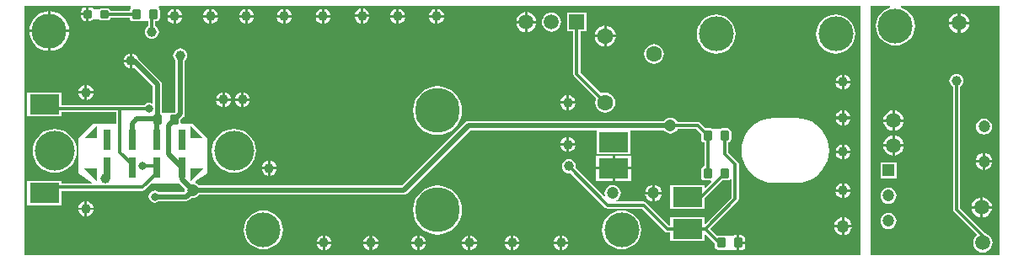
<source format=gtl>
G04 Layer_Physical_Order=1*
G04 Layer_Color=255*
%FSLAX42Y42*%
%MOMM*%
G71*
G01*
G75*
%ADD10R,3.00X2.00*%
G04:AMPARAMS|DCode=11|XSize=0.8mm|YSize=0.8mm|CornerRadius=0.1mm|HoleSize=0mm|Usage=FLASHONLY|Rotation=180.000|XOffset=0mm|YOffset=0mm|HoleType=Round|Shape=RoundedRectangle|*
%AMROUNDEDRECTD11*
21,1,0.80,0.60,0,0,180.0*
21,1,0.60,0.80,0,0,180.0*
1,1,0.20,-0.30,0.30*
1,1,0.20,0.30,0.30*
1,1,0.20,0.30,-0.30*
1,1,0.20,-0.30,-0.30*
%
%ADD11ROUNDEDRECTD11*%
%ADD12R,0.80X2.00*%
G04:AMPARAMS|DCode=13|XSize=1mm|YSize=0.9mm|CornerRadius=0.11mm|HoleSize=0mm|Usage=FLASHONLY|Rotation=90.000|XOffset=0mm|YOffset=0mm|HoleType=Round|Shape=RoundedRectangle|*
%AMROUNDEDRECTD13*
21,1,1.00,0.68,0,0,90.0*
21,1,0.78,0.90,0,0,90.0*
1,1,0.23,0.34,0.39*
1,1,0.23,0.34,-0.39*
1,1,0.23,-0.34,-0.39*
1,1,0.23,-0.34,0.39*
%
%ADD13ROUNDEDRECTD13*%
%ADD14C,0.30*%
%ADD15C,0.50*%
%ADD16C,4.00*%
%ADD17C,1.52*%
%ADD18C,1.20*%
%ADD19R,1.20X1.20*%
%ADD20C,3.50*%
%ADD21R,1.50X1.50*%
%ADD22C,1.50*%
%ADD23C,1.60*%
%ADD24C,4.50*%
%ADD25C,1.00*%
%ADD26C,0.80*%
%ADD27C,1.27*%
G36*
X8450Y160D02*
Y50D01*
X8300Y50D01*
X50D01*
Y2550D01*
X1119D01*
X1120Y2548D01*
X1119Y2531D01*
X1112Y2521D01*
X1109Y2509D01*
Y2506D01*
X914D01*
X913Y2512D01*
X907Y2522D01*
X897Y2528D01*
X885Y2531D01*
X825D01*
X813Y2528D01*
X803Y2522D01*
X802Y2520D01*
X744D01*
X741Y2526D01*
X729Y2533D01*
X715Y2536D01*
X698D01*
Y2470D01*
Y2404D01*
X715D01*
X729Y2407D01*
X741Y2414D01*
X744Y2420D01*
X802D01*
X803Y2418D01*
X813Y2412D01*
X825Y2409D01*
X885D01*
X897Y2412D01*
X907Y2418D01*
X913Y2428D01*
X914Y2434D01*
X1109D01*
Y2431D01*
X1112Y2419D01*
X1119Y2409D01*
X1129Y2402D01*
X1141Y2399D01*
X1209D01*
X1219Y2401D01*
X1220Y2400D01*
X1294D01*
Y2351D01*
X1280Y2340D01*
X1269Y2325D01*
X1262Y2308D01*
X1259Y2290D01*
X1262Y2272D01*
X1269Y2255D01*
X1280Y2240D01*
X1295Y2229D01*
X1312Y2222D01*
X1330Y2219D01*
X1348Y2222D01*
X1365Y2229D01*
X1380Y2240D01*
X1391Y2255D01*
X1398Y2272D01*
X1401Y2290D01*
X1398Y2308D01*
X1391Y2325D01*
X1380Y2340D01*
X1366Y2351D01*
Y2399D01*
X1379D01*
X1391Y2402D01*
X1401Y2409D01*
X1408Y2419D01*
X1411Y2431D01*
Y2509D01*
X1408Y2521D01*
X1401Y2531D01*
X1400Y2548D01*
X1401Y2550D01*
X8450Y2550D01*
X8450Y160D01*
D02*
G37*
G36*
X9850Y50D02*
X8550D01*
Y2550D01*
X8744D01*
X8746Y2537D01*
X8725Y2531D01*
X8691Y2513D01*
X8661Y2489D01*
X8637Y2459D01*
X8619Y2425D01*
X8608Y2388D01*
X8604Y2350D01*
X8608Y2312D01*
X8619Y2275D01*
X8637Y2241D01*
X8661Y2211D01*
X8691Y2187D01*
X8725Y2169D01*
X8762Y2158D01*
X8800Y2154D01*
X8838Y2158D01*
X8875Y2169D01*
X8909Y2187D01*
X8939Y2211D01*
X8963Y2241D01*
X8981Y2275D01*
X8992Y2312D01*
X8996Y2350D01*
X8992Y2388D01*
X8981Y2425D01*
X8963Y2459D01*
X8939Y2489D01*
X8909Y2513D01*
X8875Y2531D01*
X8854Y2537D01*
X8856Y2550D01*
X9850D01*
Y50D01*
D02*
G37*
%LPC*%
G36*
X672Y2536D02*
X655D01*
X641Y2533D01*
X629Y2526D01*
X622Y2514D01*
X619Y2500D01*
Y2483D01*
X672D01*
Y2536D01*
D02*
G37*
G36*
X3455Y2527D02*
Y2465D01*
X3517D01*
X3516Y2472D01*
X3509Y2491D01*
X3496Y2506D01*
X3481Y2519D01*
X3462Y2526D01*
X3455Y2527D01*
D02*
G37*
G36*
X3430D02*
X3423Y2526D01*
X3405Y2519D01*
X3389Y2506D01*
X3377Y2491D01*
X3369Y2472D01*
X3368Y2465D01*
X3430D01*
Y2527D01*
D02*
G37*
G36*
X4203Y2524D02*
Y2463D01*
X4264D01*
X4263Y2470D01*
X4256Y2488D01*
X4244Y2504D01*
X4228Y2516D01*
X4210Y2523D01*
X4203Y2524D01*
D02*
G37*
G36*
X4177D02*
X4170Y2523D01*
X4152Y2516D01*
X4136Y2504D01*
X4124Y2488D01*
X4117Y2470D01*
X4116Y2463D01*
X4177D01*
Y2524D01*
D02*
G37*
G36*
X3813D02*
Y2463D01*
X3874D01*
X3873Y2470D01*
X3866Y2488D01*
X3854Y2504D01*
X3838Y2516D01*
X3820Y2523D01*
X3813Y2524D01*
D02*
G37*
G36*
X3787D02*
X3780Y2523D01*
X3762Y2516D01*
X3746Y2504D01*
X3734Y2488D01*
X3727Y2470D01*
X3726Y2463D01*
X3787D01*
Y2524D01*
D02*
G37*
G36*
X3063D02*
Y2463D01*
X3124D01*
X3123Y2470D01*
X3116Y2488D01*
X3104Y2504D01*
X3088Y2516D01*
X3070Y2523D01*
X3063Y2524D01*
D02*
G37*
G36*
X3037D02*
X3030Y2523D01*
X3012Y2516D01*
X2996Y2504D01*
X2984Y2488D01*
X2977Y2470D01*
X2976Y2463D01*
X3037D01*
Y2524D01*
D02*
G37*
G36*
X2673D02*
Y2463D01*
X2734D01*
X2733Y2470D01*
X2726Y2488D01*
X2714Y2504D01*
X2698Y2516D01*
X2680Y2523D01*
X2673Y2524D01*
D02*
G37*
G36*
X2647D02*
X2640Y2523D01*
X2622Y2516D01*
X2606Y2504D01*
X2594Y2488D01*
X2587Y2470D01*
X2586Y2463D01*
X2647D01*
Y2524D01*
D02*
G37*
G36*
X2293D02*
Y2463D01*
X2354D01*
X2353Y2470D01*
X2346Y2488D01*
X2334Y2504D01*
X2318Y2516D01*
X2300Y2523D01*
X2293Y2524D01*
D02*
G37*
G36*
X2267D02*
X2260Y2523D01*
X2242Y2516D01*
X2226Y2504D01*
X2214Y2488D01*
X2207Y2470D01*
X2206Y2463D01*
X2267D01*
Y2524D01*
D02*
G37*
G36*
X1933D02*
Y2463D01*
X1994D01*
X1993Y2470D01*
X1986Y2488D01*
X1974Y2504D01*
X1958Y2516D01*
X1940Y2523D01*
X1933Y2524D01*
D02*
G37*
G36*
X1907D02*
X1900Y2523D01*
X1882Y2516D01*
X1866Y2504D01*
X1854Y2488D01*
X1847Y2470D01*
X1846Y2463D01*
X1907D01*
Y2524D01*
D02*
G37*
G36*
X1573D02*
Y2463D01*
X1634D01*
X1633Y2470D01*
X1626Y2488D01*
X1614Y2504D01*
X1598Y2516D01*
X1580Y2523D01*
X1573Y2524D01*
D02*
G37*
G36*
X1547D02*
X1540Y2523D01*
X1522Y2516D01*
X1506Y2504D01*
X1494Y2488D01*
X1487Y2470D01*
X1486Y2463D01*
X1547D01*
Y2524D01*
D02*
G37*
G36*
X672Y2457D02*
X619D01*
Y2440D01*
X622Y2426D01*
X629Y2414D01*
X641Y2407D01*
X655Y2404D01*
X672D01*
Y2457D01*
D02*
G37*
G36*
X5105Y2490D02*
Y2403D01*
X5192D01*
X5190Y2416D01*
X5180Y2441D01*
X5164Y2462D01*
X5143Y2478D01*
X5118Y2488D01*
X5105Y2490D01*
D02*
G37*
G36*
X5079Y2490D02*
X5066Y2488D01*
X5041Y2478D01*
X5020Y2462D01*
X5004Y2441D01*
X4994Y2416D01*
X4992Y2403D01*
X5079D01*
Y2490D01*
D02*
G37*
G36*
X3517Y2440D02*
X3455D01*
Y2378D01*
X3462Y2379D01*
X3481Y2387D01*
X3496Y2399D01*
X3509Y2415D01*
X3516Y2433D01*
X3517Y2440D01*
D02*
G37*
G36*
X3430D02*
X3368D01*
X3369Y2433D01*
X3377Y2415D01*
X3389Y2399D01*
X3405Y2387D01*
X3423Y2379D01*
X3430Y2378D01*
Y2440D01*
D02*
G37*
G36*
X4264Y2437D02*
X4203D01*
Y2376D01*
X4210Y2377D01*
X4228Y2384D01*
X4244Y2396D01*
X4256Y2412D01*
X4263Y2430D01*
X4264Y2437D01*
D02*
G37*
G36*
X4177D02*
X4116D01*
X4117Y2430D01*
X4124Y2412D01*
X4136Y2396D01*
X4152Y2384D01*
X4170Y2377D01*
X4177Y2376D01*
Y2437D01*
D02*
G37*
G36*
X3874D02*
X3813D01*
Y2376D01*
X3820Y2377D01*
X3838Y2384D01*
X3854Y2396D01*
X3866Y2412D01*
X3873Y2430D01*
X3874Y2437D01*
D02*
G37*
G36*
X3787D02*
X3726D01*
X3727Y2430D01*
X3734Y2412D01*
X3746Y2396D01*
X3762Y2384D01*
X3780Y2377D01*
X3787Y2376D01*
Y2437D01*
D02*
G37*
G36*
X3124D02*
X3063D01*
Y2376D01*
X3070Y2377D01*
X3088Y2384D01*
X3104Y2396D01*
X3116Y2412D01*
X3123Y2430D01*
X3124Y2437D01*
D02*
G37*
G36*
X3037D02*
X2976D01*
X2977Y2430D01*
X2984Y2412D01*
X2996Y2396D01*
X3012Y2384D01*
X3030Y2377D01*
X3037Y2376D01*
Y2437D01*
D02*
G37*
G36*
X2734D02*
X2673D01*
Y2376D01*
X2680Y2377D01*
X2698Y2384D01*
X2714Y2396D01*
X2726Y2412D01*
X2733Y2430D01*
X2734Y2437D01*
D02*
G37*
G36*
X2647D02*
X2586D01*
X2587Y2430D01*
X2594Y2412D01*
X2606Y2396D01*
X2622Y2384D01*
X2640Y2377D01*
X2647Y2376D01*
Y2437D01*
D02*
G37*
G36*
X2354D02*
X2293D01*
Y2376D01*
X2300Y2377D01*
X2318Y2384D01*
X2334Y2396D01*
X2346Y2412D01*
X2353Y2430D01*
X2354Y2437D01*
D02*
G37*
G36*
X2267D02*
X2206D01*
X2207Y2430D01*
X2214Y2412D01*
X2226Y2396D01*
X2242Y2384D01*
X2260Y2377D01*
X2267Y2376D01*
Y2437D01*
D02*
G37*
G36*
X1994D02*
X1933D01*
Y2376D01*
X1940Y2377D01*
X1958Y2384D01*
X1974Y2396D01*
X1986Y2412D01*
X1993Y2430D01*
X1994Y2437D01*
D02*
G37*
G36*
X1907D02*
X1846D01*
X1847Y2430D01*
X1854Y2412D01*
X1866Y2396D01*
X1882Y2384D01*
X1900Y2377D01*
X1907Y2376D01*
Y2437D01*
D02*
G37*
G36*
X1634D02*
X1573D01*
Y2376D01*
X1580Y2377D01*
X1598Y2384D01*
X1614Y2396D01*
X1626Y2412D01*
X1633Y2430D01*
X1634Y2437D01*
D02*
G37*
G36*
X1547D02*
X1486D01*
X1487Y2430D01*
X1494Y2412D01*
X1506Y2396D01*
X1522Y2384D01*
X1540Y2377D01*
X1547Y2376D01*
Y2437D01*
D02*
G37*
G36*
X313Y2500D02*
Y2313D01*
X500D01*
X498Y2339D01*
X486Y2377D01*
X467Y2412D01*
X442Y2442D01*
X412Y2467D01*
X377Y2486D01*
X339Y2497D01*
X313Y2500D01*
D02*
G37*
G36*
X287D02*
X261Y2497D01*
X223Y2486D01*
X188Y2467D01*
X158Y2442D01*
X133Y2412D01*
X114Y2377D01*
X103Y2339D01*
X100Y2313D01*
X287D01*
Y2500D01*
D02*
G37*
G36*
X5346Y2486D02*
X5321Y2483D01*
X5298Y2473D01*
X5278Y2458D01*
X5263Y2438D01*
X5253Y2415D01*
X5250Y2390D01*
X5253Y2365D01*
X5263Y2342D01*
X5278Y2322D01*
X5298Y2307D01*
X5321Y2297D01*
X5346Y2294D01*
X5371Y2297D01*
X5394Y2307D01*
X5414Y2322D01*
X5429Y2342D01*
X5439Y2365D01*
X5442Y2390D01*
X5439Y2415D01*
X5429Y2438D01*
X5414Y2458D01*
X5394Y2473D01*
X5371Y2483D01*
X5346Y2486D01*
D02*
G37*
G36*
X5192Y2377D02*
X5105D01*
Y2290D01*
X5118Y2292D01*
X5143Y2302D01*
X5164Y2318D01*
X5180Y2339D01*
X5190Y2364D01*
X5192Y2377D01*
D02*
G37*
G36*
X5079D02*
X4992D01*
X4994Y2364D01*
X5004Y2339D01*
X5020Y2318D01*
X5041Y2302D01*
X5066Y2292D01*
X5079Y2290D01*
Y2377D01*
D02*
G37*
G36*
X5898Y2355D02*
Y2263D01*
X5990D01*
X5988Y2278D01*
X5977Y2303D01*
X5960Y2325D01*
X5938Y2342D01*
X5913Y2353D01*
X5898Y2355D01*
D02*
G37*
G36*
X5872Y2355D02*
X5857Y2353D01*
X5832Y2342D01*
X5810Y2325D01*
X5793Y2303D01*
X5782Y2278D01*
X5780Y2263D01*
X5872D01*
Y2355D01*
D02*
G37*
G36*
Y2237D02*
X5780D01*
X5782Y2222D01*
X5793Y2197D01*
X5810Y2175D01*
X5832Y2158D01*
X5857Y2147D01*
X5872Y2145D01*
Y2237D01*
D02*
G37*
G36*
X5990D02*
X5898D01*
Y2145D01*
X5913Y2147D01*
X5938Y2158D01*
X5960Y2175D01*
X5977Y2197D01*
X5988Y2222D01*
X5990Y2237D01*
D02*
G37*
G36*
X500Y2287D02*
X313D01*
Y2100D01*
X339Y2102D01*
X377Y2114D01*
X412Y2133D01*
X442Y2158D01*
X467Y2188D01*
X486Y2223D01*
X498Y2261D01*
X500Y2287D01*
D02*
G37*
G36*
X287D02*
X100D01*
X103Y2261D01*
X114Y2223D01*
X133Y2188D01*
X158Y2158D01*
X188Y2133D01*
X223Y2114D01*
X261Y2102D01*
X287Y2100D01*
Y2287D01*
D02*
G37*
G36*
X8200Y2466D02*
X8162Y2462D01*
X8125Y2451D01*
X8091Y2433D01*
X8061Y2409D01*
X8037Y2379D01*
X8019Y2345D01*
X8008Y2308D01*
X8004Y2270D01*
X8008Y2232D01*
X8019Y2195D01*
X8037Y2161D01*
X8061Y2131D01*
X8091Y2107D01*
X8125Y2089D01*
X8162Y2078D01*
X8200Y2074D01*
X8238Y2078D01*
X8275Y2089D01*
X8309Y2107D01*
X8339Y2131D01*
X8363Y2161D01*
X8381Y2195D01*
X8392Y2232D01*
X8396Y2270D01*
X8392Y2308D01*
X8381Y2345D01*
X8363Y2379D01*
X8339Y2409D01*
X8309Y2433D01*
X8275Y2451D01*
X8238Y2462D01*
X8200Y2466D01*
D02*
G37*
G36*
X7000D02*
X6962Y2462D01*
X6925Y2451D01*
X6891Y2433D01*
X6861Y2409D01*
X6837Y2379D01*
X6819Y2345D01*
X6808Y2308D01*
X6804Y2270D01*
X6808Y2232D01*
X6819Y2195D01*
X6837Y2161D01*
X6861Y2131D01*
X6891Y2107D01*
X6925Y2089D01*
X6962Y2078D01*
X7000Y2074D01*
X7038Y2078D01*
X7075Y2089D01*
X7109Y2107D01*
X7139Y2131D01*
X7163Y2161D01*
X7181Y2195D01*
X7192Y2232D01*
X7196Y2270D01*
X7192Y2308D01*
X7181Y2345D01*
X7163Y2379D01*
X7139Y2409D01*
X7109Y2433D01*
X7075Y2451D01*
X7038Y2462D01*
X7000Y2466D01*
D02*
G37*
G36*
X1107Y2074D02*
X1100Y2073D01*
X1082Y2066D01*
X1066Y2054D01*
X1054Y2038D01*
X1047Y2020D01*
X1046Y2013D01*
X1107D01*
Y2074D01*
D02*
G37*
G36*
X6375Y2171D02*
X6349Y2167D01*
X6325Y2157D01*
X6304Y2141D01*
X6288Y2120D01*
X6278Y2096D01*
X6274Y2070D01*
X6278Y2044D01*
X6288Y2020D01*
X6304Y1999D01*
X6325Y1983D01*
X6349Y1973D01*
X6375Y1969D01*
X6401Y1973D01*
X6425Y1983D01*
X6446Y1999D01*
X6462Y2020D01*
X6472Y2044D01*
X6476Y2070D01*
X6472Y2096D01*
X6462Y2120D01*
X6446Y2141D01*
X6425Y2157D01*
X6401Y2167D01*
X6375Y2171D01*
D02*
G37*
G36*
X1107Y1987D02*
X1046D01*
X1047Y1980D01*
X1054Y1962D01*
X1066Y1946D01*
X1082Y1934D01*
X1100Y1927D01*
X1107Y1926D01*
Y1987D01*
D02*
G37*
G36*
X8287Y1861D02*
Y1800D01*
X8348D01*
X8347Y1807D01*
X8340Y1825D01*
X8328Y1841D01*
X8312Y1853D01*
X8294Y1860D01*
X8287Y1861D01*
D02*
G37*
G36*
X8261D02*
X8254Y1860D01*
X8236Y1853D01*
X8220Y1841D01*
X8208Y1825D01*
X8200Y1807D01*
X8199Y1800D01*
X8261D01*
Y1861D01*
D02*
G37*
G36*
X8348Y1774D02*
X8287D01*
Y1713D01*
X8294Y1714D01*
X8312Y1721D01*
X8328Y1733D01*
X8340Y1749D01*
X8347Y1767D01*
X8348Y1774D01*
D02*
G37*
G36*
X8261D02*
X8199D01*
X8200Y1767D01*
X8208Y1749D01*
X8220Y1733D01*
X8236Y1721D01*
X8254Y1714D01*
X8261Y1713D01*
Y1774D01*
D02*
G37*
G36*
X680Y1757D02*
Y1695D01*
X742D01*
X741Y1702D01*
X733Y1721D01*
X721Y1736D01*
X705Y1749D01*
X687Y1756D01*
X680Y1757D01*
D02*
G37*
G36*
X655D02*
X648Y1756D01*
X629Y1749D01*
X614Y1736D01*
X601Y1721D01*
X594Y1702D01*
X593Y1695D01*
X655D01*
Y1757D01*
D02*
G37*
G36*
X2253Y1684D02*
Y1623D01*
X2314D01*
X2313Y1630D01*
X2306Y1648D01*
X2294Y1664D01*
X2278Y1676D01*
X2260Y1683D01*
X2253Y1684D01*
D02*
G37*
G36*
X2227D02*
X2220Y1683D01*
X2202Y1676D01*
X2186Y1664D01*
X2174Y1648D01*
X2167Y1630D01*
X2166Y1623D01*
X2227D01*
Y1684D01*
D02*
G37*
G36*
X2063D02*
Y1623D01*
X2124D01*
X2123Y1630D01*
X2116Y1648D01*
X2104Y1664D01*
X2088Y1676D01*
X2070Y1683D01*
X2063Y1684D01*
D02*
G37*
G36*
X2037D02*
X2030Y1683D01*
X2012Y1676D01*
X1996Y1664D01*
X1984Y1648D01*
X1977Y1630D01*
X1976Y1623D01*
X2037D01*
Y1684D01*
D02*
G37*
G36*
X742Y1670D02*
X680D01*
Y1608D01*
X687Y1609D01*
X705Y1617D01*
X721Y1629D01*
X733Y1645D01*
X741Y1663D01*
X742Y1670D01*
D02*
G37*
G36*
X655D02*
X593D01*
X594Y1663D01*
X601Y1645D01*
X614Y1629D01*
X629Y1617D01*
X648Y1609D01*
X655Y1608D01*
Y1670D01*
D02*
G37*
G36*
X5523Y1654D02*
Y1593D01*
X5584D01*
X5583Y1600D01*
X5576Y1618D01*
X5564Y1634D01*
X5548Y1646D01*
X5530Y1653D01*
X5523Y1654D01*
D02*
G37*
G36*
X5497D02*
X5490Y1653D01*
X5472Y1646D01*
X5456Y1634D01*
X5444Y1618D01*
X5437Y1600D01*
X5436Y1593D01*
X5497D01*
Y1654D01*
D02*
G37*
G36*
X2314Y1597D02*
X2253D01*
Y1536D01*
X2260Y1537D01*
X2278Y1544D01*
X2294Y1556D01*
X2306Y1572D01*
X2313Y1590D01*
X2314Y1597D01*
D02*
G37*
G36*
X2227D02*
X2166D01*
X2167Y1590D01*
X2174Y1572D01*
X2186Y1556D01*
X2202Y1544D01*
X2220Y1537D01*
X2227Y1536D01*
Y1597D01*
D02*
G37*
G36*
X2124D02*
X2063D01*
Y1536D01*
X2070Y1537D01*
X2088Y1544D01*
X2104Y1556D01*
X2116Y1572D01*
X2123Y1590D01*
X2124Y1597D01*
D02*
G37*
G36*
X2037D02*
X1976D01*
X1977Y1590D01*
X1984Y1572D01*
X1996Y1556D01*
X2012Y1544D01*
X2030Y1537D01*
X2037Y1536D01*
Y1597D01*
D02*
G37*
G36*
X5584Y1567D02*
X5523D01*
Y1506D01*
X5530Y1507D01*
X5548Y1514D01*
X5564Y1526D01*
X5576Y1542D01*
X5583Y1560D01*
X5584Y1567D01*
D02*
G37*
G36*
X5497D02*
X5436D01*
X5437Y1560D01*
X5444Y1542D01*
X5456Y1526D01*
X5472Y1514D01*
X5490Y1507D01*
X5497Y1506D01*
Y1567D01*
D02*
G37*
G36*
X5695Y2485D02*
X5505D01*
Y2295D01*
X5564D01*
Y1865D01*
X5567Y1851D01*
X5575Y1840D01*
X5794Y1621D01*
X5788Y1606D01*
X5784Y1580D01*
X5788Y1554D01*
X5798Y1530D01*
X5814Y1509D01*
X5835Y1493D01*
X5859Y1483D01*
X5885Y1479D01*
X5911Y1483D01*
X5935Y1493D01*
X5956Y1509D01*
X5972Y1530D01*
X5982Y1554D01*
X5986Y1580D01*
X5982Y1606D01*
X5972Y1630D01*
X5956Y1651D01*
X5935Y1667D01*
X5911Y1677D01*
X5885Y1681D01*
X5859Y1677D01*
X5844Y1671D01*
X5636Y1880D01*
Y2295D01*
X5695D01*
Y2485D01*
D02*
G37*
G36*
X1615Y2126D02*
X1597Y2123D01*
X1580Y2116D01*
X1565Y2105D01*
X1554Y2090D01*
X1547Y2073D01*
X1544Y2055D01*
X1547Y2037D01*
X1554Y2020D01*
X1565Y2005D01*
X1569Y2002D01*
Y1484D01*
X1566Y1481D01*
X1521D01*
X1511Y1479D01*
X1510Y1480D01*
X1438D01*
X1433Y1483D01*
X1431Y1484D01*
Y1765D01*
X1427Y1783D01*
X1417Y1797D01*
X1192Y2023D01*
X1186Y2038D01*
X1174Y2054D01*
X1158Y2066D01*
X1140Y2073D01*
X1133Y2074D01*
Y2000D01*
Y1926D01*
X1140Y1927D01*
X1153Y1932D01*
X1339Y1746D01*
Y1579D01*
X1328Y1574D01*
X1323Y1577D01*
X1300Y1581D01*
X1277Y1577D01*
X1257Y1563D01*
X1252Y1556D01*
X420D01*
Y1680D01*
X80D01*
Y1440D01*
X420D01*
Y1484D01*
X974D01*
Y1371D01*
X740Y1371D01*
X593Y1218D01*
Y872D01*
X728Y778D01*
X724Y766D01*
X420D01*
Y790D01*
X80D01*
Y550D01*
X420D01*
Y694D01*
X1240D01*
X1254Y697D01*
X1265Y705D01*
X1330Y770D01*
X1605Y770D01*
X1661Y714D01*
X1659Y700D01*
X1660Y692D01*
X1651Y681D01*
X1399D01*
X1383Y692D01*
X1360Y696D01*
X1337Y692D01*
X1317Y678D01*
X1303Y658D01*
X1299Y635D01*
X1303Y612D01*
X1317Y592D01*
X1337Y578D01*
X1360Y574D01*
X1383Y578D01*
X1399Y589D01*
X1675D01*
X1693Y593D01*
X1707Y603D01*
X1726Y621D01*
X1740Y619D01*
X1761Y622D01*
X1780Y630D01*
X1797Y643D01*
X1806Y654D01*
X3860D01*
X3878Y658D01*
X3892Y668D01*
X4529Y1304D01*
X5789D01*
X5800Y1300D01*
X5800Y1291D01*
Y1060D01*
X5995D01*
X6000Y1059D01*
X6005Y1060D01*
X6140D01*
Y1291D01*
X6140Y1300D01*
X6151Y1304D01*
X6474D01*
X6483Y1293D01*
X6500Y1280D01*
X6519Y1272D01*
X6540Y1269D01*
X6561Y1272D01*
X6580Y1280D01*
X6597Y1293D01*
X6610Y1310D01*
X6612Y1314D01*
X6800D01*
X6849Y1265D01*
Y1211D01*
X6852Y1199D01*
X6859Y1189D01*
X6869Y1182D01*
X6879Y1180D01*
Y940D01*
X6869Y938D01*
X6859Y931D01*
X6852Y921D01*
X6849Y909D01*
Y831D01*
X6852Y819D01*
X6859Y809D01*
X6869Y802D01*
X6881Y799D01*
X6946D01*
X6950Y793D01*
X6952Y787D01*
X6892Y727D01*
X6880Y732D01*
Y750D01*
X6540D01*
Y510D01*
X6880D01*
Y615D01*
X7065Y799D01*
X7119D01*
X7131Y802D01*
X7141Y809D01*
X7142Y809D01*
X7154Y805D01*
Y625D01*
X6892Y362D01*
X6880Y367D01*
Y430D01*
X6540D01*
Y346D01*
X6525D01*
X6295Y575D01*
X6284Y583D01*
X6270Y586D01*
X5999D01*
X5996Y598D01*
X6000Y600D01*
X6017Y613D01*
X6030Y630D01*
X6038Y649D01*
X6041Y670D01*
X6038Y691D01*
X6030Y710D01*
X6017Y727D01*
X6000Y740D01*
X5981Y748D01*
X5960Y751D01*
X5939Y748D01*
X5920Y740D01*
X5903Y727D01*
X5890Y710D01*
X5882Y691D01*
X5879Y670D01*
X5882Y649D01*
X5884Y644D01*
X5873Y637D01*
X5588Y922D01*
X5591Y940D01*
X5588Y958D01*
X5581Y975D01*
X5570Y990D01*
X5555Y1001D01*
X5538Y1008D01*
X5520Y1011D01*
X5502Y1008D01*
X5485Y1001D01*
X5470Y990D01*
X5459Y975D01*
X5452Y958D01*
X5449Y940D01*
X5452Y922D01*
X5459Y905D01*
X5470Y890D01*
X5485Y879D01*
X5502Y872D01*
X5520Y869D01*
X5538Y872D01*
X5885Y525D01*
X5896Y517D01*
X5910Y514D01*
X6255D01*
X6485Y285D01*
X6496Y277D01*
X6510Y274D01*
X6540D01*
Y190D01*
X6880D01*
Y253D01*
X6892Y258D01*
X6984Y165D01*
Y131D01*
X6987Y119D01*
X6994Y109D01*
X7004Y102D01*
X7016Y99D01*
X7084D01*
X7094Y101D01*
X7095Y100D01*
X7167D01*
X7172Y97D01*
X7186Y94D01*
X7207D01*
Y170D01*
Y246D01*
X7186D01*
X7172Y243D01*
X7167Y240D01*
X7095D01*
X7094Y239D01*
X7084Y241D01*
X7016D01*
X7011Y240D01*
X6940Y310D01*
X7215Y585D01*
X7223Y596D01*
X7226Y610D01*
Y960D01*
X7223Y974D01*
X7215Y985D01*
X7121Y1080D01*
Y1180D01*
X7131Y1182D01*
X7141Y1189D01*
X7148Y1199D01*
X7151Y1211D01*
Y1289D01*
X7148Y1301D01*
X7141Y1311D01*
X7131Y1318D01*
X7119Y1321D01*
X7051D01*
X7041Y1319D01*
X7040Y1320D01*
X6960D01*
X6959Y1319D01*
X6949Y1321D01*
X6895D01*
X6840Y1375D01*
X6829Y1383D01*
X6815Y1386D01*
X6612D01*
X6610Y1390D01*
X6597Y1407D01*
X6580Y1420D01*
X6561Y1428D01*
X6540Y1431D01*
X6519Y1428D01*
X6500Y1420D01*
X6483Y1407D01*
X6474Y1396D01*
X4510D01*
X4492Y1392D01*
X4478Y1382D01*
X3841Y746D01*
X1806D01*
X1797Y757D01*
X1780Y770D01*
X1769Y775D01*
X1767Y789D01*
X1887Y872D01*
X1887Y1221D01*
X1737Y1371D01*
X1633Y1371D01*
X1621Y1383D01*
Y1406D01*
X1647Y1433D01*
X1657Y1447D01*
X1661Y1465D01*
Y2002D01*
X1665Y2005D01*
X1676Y2020D01*
X1683Y2037D01*
X1686Y2055D01*
X1683Y2073D01*
X1676Y2090D01*
X1665Y2105D01*
X1650Y2116D01*
X1633Y2123D01*
X1615Y2126D01*
D02*
G37*
G36*
X8287Y1501D02*
Y1440D01*
X8348D01*
X8347Y1447D01*
X8340Y1465D01*
X8328Y1481D01*
X8312Y1493D01*
X8294Y1500D01*
X8287Y1501D01*
D02*
G37*
G36*
X8261D02*
X8254Y1500D01*
X8236Y1493D01*
X8220Y1481D01*
X8208Y1465D01*
X8200Y1447D01*
X8199Y1440D01*
X8261D01*
Y1501D01*
D02*
G37*
G36*
X8348Y1414D02*
X8287D01*
Y1353D01*
X8294Y1354D01*
X8312Y1361D01*
X8328Y1373D01*
X8340Y1389D01*
X8347Y1407D01*
X8348Y1414D01*
D02*
G37*
G36*
X8261D02*
X8199D01*
X8200Y1407D01*
X8208Y1389D01*
X8220Y1373D01*
X8236Y1361D01*
X8254Y1354D01*
X8261Y1353D01*
Y1414D01*
D02*
G37*
G36*
X4200Y1746D02*
X4152Y1741D01*
X4106Y1727D01*
X4063Y1705D01*
X4026Y1674D01*
X3995Y1637D01*
X3973Y1594D01*
X3959Y1548D01*
X3954Y1500D01*
X3959Y1452D01*
X3973Y1406D01*
X3995Y1363D01*
X4026Y1326D01*
X4063Y1295D01*
X4106Y1273D01*
X4152Y1259D01*
X4200Y1254D01*
X4248Y1259D01*
X4294Y1273D01*
X4337Y1295D01*
X4374Y1326D01*
X4405Y1363D01*
X4427Y1406D01*
X4441Y1452D01*
X4446Y1500D01*
X4441Y1548D01*
X4427Y1594D01*
X4405Y1637D01*
X4374Y1674D01*
X4337Y1705D01*
X4294Y1727D01*
X4248Y1741D01*
X4200Y1746D01*
D02*
G37*
G36*
X5523Y1234D02*
Y1173D01*
X5584D01*
X5583Y1180D01*
X5576Y1198D01*
X5564Y1214D01*
X5548Y1226D01*
X5530Y1233D01*
X5523Y1234D01*
D02*
G37*
G36*
X5497D02*
X5490Y1233D01*
X5472Y1226D01*
X5456Y1214D01*
X5444Y1198D01*
X5437Y1180D01*
X5436Y1173D01*
X5497D01*
Y1234D01*
D02*
G37*
G36*
X8287Y1161D02*
Y1100D01*
X8348D01*
X8347Y1107D01*
X8340Y1125D01*
X8328Y1141D01*
X8312Y1153D01*
X8294Y1160D01*
X8287Y1161D01*
D02*
G37*
G36*
X8261D02*
X8254Y1160D01*
X8236Y1153D01*
X8220Y1141D01*
X8208Y1125D01*
X8200Y1107D01*
X8199Y1100D01*
X8261D01*
Y1161D01*
D02*
G37*
G36*
X5584Y1147D02*
X5523D01*
Y1086D01*
X5530Y1087D01*
X5548Y1094D01*
X5564Y1106D01*
X5576Y1122D01*
X5583Y1140D01*
X5584Y1147D01*
D02*
G37*
G36*
X5497D02*
X5436D01*
X5437Y1140D01*
X5444Y1122D01*
X5456Y1106D01*
X5472Y1094D01*
X5490Y1087D01*
X5497Y1086D01*
Y1147D01*
D02*
G37*
G36*
X8348Y1074D02*
X8287D01*
Y1013D01*
X8294Y1014D01*
X8312Y1021D01*
X8328Y1033D01*
X8340Y1049D01*
X8347Y1067D01*
X8348Y1074D01*
D02*
G37*
G36*
X8261D02*
X8199D01*
X8200Y1067D01*
X8208Y1049D01*
X8220Y1033D01*
X8236Y1021D01*
X8254Y1014D01*
X8261Y1013D01*
Y1074D01*
D02*
G37*
G36*
X2523Y994D02*
Y933D01*
X2584D01*
X2583Y940D01*
X2576Y958D01*
X2564Y974D01*
X2548Y986D01*
X2530Y993D01*
X2523Y994D01*
D02*
G37*
G36*
X2497D02*
X2490Y993D01*
X2472Y986D01*
X2456Y974D01*
X2444Y958D01*
X2437Y940D01*
X2436Y933D01*
X2497D01*
Y994D01*
D02*
G37*
G36*
X6145Y1045D02*
X5983D01*
Y933D01*
X6145D01*
Y1045D01*
D02*
G37*
G36*
X5957D02*
X5795D01*
Y933D01*
X5957D01*
Y1045D01*
D02*
G37*
G36*
X2155Y1316D02*
X2112Y1312D01*
X2070Y1299D01*
X2032Y1279D01*
X1999Y1251D01*
X1971Y1218D01*
X1951Y1180D01*
X1938Y1138D01*
X1934Y1095D01*
X1938Y1052D01*
X1951Y1010D01*
X1971Y972D01*
X1999Y939D01*
X2032Y911D01*
X2070Y891D01*
X2112Y878D01*
X2155Y874D01*
X2198Y878D01*
X2240Y891D01*
X2278Y911D01*
X2311Y939D01*
X2339Y972D01*
X2359Y1010D01*
X2372Y1052D01*
X2376Y1095D01*
X2372Y1138D01*
X2359Y1180D01*
X2339Y1218D01*
X2311Y1251D01*
X2278Y1279D01*
X2240Y1299D01*
X2198Y1312D01*
X2155Y1316D01*
D02*
G37*
G36*
X355D02*
X312Y1312D01*
X270Y1299D01*
X232Y1279D01*
X199Y1251D01*
X171Y1218D01*
X151Y1180D01*
X138Y1138D01*
X134Y1095D01*
X138Y1052D01*
X151Y1010D01*
X171Y972D01*
X199Y939D01*
X232Y911D01*
X270Y891D01*
X312Y878D01*
X355Y874D01*
X398Y878D01*
X440Y891D01*
X478Y911D01*
X511Y939D01*
X539Y972D01*
X559Y1010D01*
X572Y1052D01*
X576Y1095D01*
X572Y1138D01*
X559Y1180D01*
X539Y1218D01*
X511Y1251D01*
X478Y1279D01*
X440Y1299D01*
X398Y1312D01*
X355Y1316D01*
D02*
G37*
G36*
X2584Y907D02*
X2523D01*
Y846D01*
X2530Y847D01*
X2548Y854D01*
X2564Y866D01*
X2576Y882D01*
X2583Y900D01*
X2584Y907D01*
D02*
G37*
G36*
X2497D02*
X2436D01*
X2437Y900D01*
X2444Y882D01*
X2456Y866D01*
X2472Y854D01*
X2490Y847D01*
X2497Y846D01*
Y907D01*
D02*
G37*
G36*
X6145Y907D02*
X5983D01*
Y795D01*
X6145D01*
Y907D01*
D02*
G37*
G36*
X5957D02*
X5795D01*
Y795D01*
X5957D01*
Y907D01*
D02*
G37*
G36*
X7580Y1426D02*
X7529Y1422D01*
X7479Y1410D01*
X7432Y1390D01*
X7388Y1364D01*
X7349Y1331D01*
X7316Y1292D01*
X7290Y1248D01*
X7270Y1201D01*
X7258Y1151D01*
X7254Y1100D01*
X7258Y1049D01*
X7270Y999D01*
X7290Y952D01*
X7316Y908D01*
X7349Y869D01*
X7388Y836D01*
X7432Y810D01*
X7479Y790D01*
X7529Y778D01*
X7580Y774D01*
Y775D01*
X7582Y775D01*
X7802D01*
X7807Y774D01*
Y774D01*
X7858Y778D01*
X7907Y789D01*
X7955Y809D01*
X7998Y836D01*
X8037Y869D01*
X8070Y908D01*
X8097Y952D01*
X8117Y999D01*
X8129Y1049D01*
X8133Y1100D01*
X8129Y1151D01*
X8117Y1200D01*
X8097Y1248D01*
X8070Y1291D01*
X8037Y1330D01*
X7998Y1363D01*
X7955Y1390D01*
X7907Y1410D01*
X7858Y1422D01*
X7807Y1426D01*
Y1425D01*
X7580D01*
Y1426D01*
D02*
G37*
G36*
X8287Y771D02*
Y710D01*
X8348D01*
X8347Y717D01*
X8340Y735D01*
X8328Y751D01*
X8312Y763D01*
X8294Y770D01*
X8287Y771D01*
D02*
G37*
G36*
X8261D02*
X8254Y770D01*
X8236Y763D01*
X8220Y751D01*
X8208Y735D01*
X8200Y717D01*
X8199Y710D01*
X8261D01*
Y771D01*
D02*
G37*
G36*
X6383Y754D02*
Y683D01*
X6454D01*
X6453Y692D01*
X6445Y713D01*
X6431Y731D01*
X6413Y745D01*
X6392Y753D01*
X6383Y754D01*
D02*
G37*
G36*
X6357D02*
X6348Y753D01*
X6327Y745D01*
X6309Y731D01*
X6295Y713D01*
X6287Y692D01*
X6286Y683D01*
X6357D01*
Y754D01*
D02*
G37*
G36*
X8348Y684D02*
X8287D01*
Y623D01*
X8294Y624D01*
X8312Y631D01*
X8328Y643D01*
X8340Y659D01*
X8347Y677D01*
X8348Y684D01*
D02*
G37*
G36*
X8261D02*
X8199D01*
X8200Y677D01*
X8208Y659D01*
X8220Y643D01*
X8236Y631D01*
X8254Y624D01*
X8261Y623D01*
Y684D01*
D02*
G37*
G36*
X6454Y657D02*
X6383D01*
Y586D01*
X6392Y587D01*
X6413Y595D01*
X6431Y609D01*
X6445Y627D01*
X6453Y648D01*
X6454Y657D01*
D02*
G37*
G36*
X6357D02*
X6286D01*
X6287Y648D01*
X6295Y627D01*
X6309Y609D01*
X6327Y595D01*
X6348Y587D01*
X6357Y586D01*
Y657D01*
D02*
G37*
G36*
X680Y587D02*
Y525D01*
X742D01*
X741Y532D01*
X733Y551D01*
X721Y566D01*
X705Y579D01*
X687Y586D01*
X680Y587D01*
D02*
G37*
G36*
X655D02*
X648Y586D01*
X629Y579D01*
X614Y566D01*
X601Y551D01*
X594Y532D01*
X593Y525D01*
X655D01*
Y587D01*
D02*
G37*
G36*
X742Y500D02*
X680D01*
Y438D01*
X687Y439D01*
X705Y447D01*
X721Y459D01*
X733Y475D01*
X741Y493D01*
X742Y500D01*
D02*
G37*
G36*
X655D02*
X593D01*
X594Y493D01*
X601Y475D01*
X614Y459D01*
X629Y447D01*
X648Y439D01*
X655Y438D01*
Y500D01*
D02*
G37*
G36*
X8287Y425D02*
Y350D01*
X8362D01*
X8360Y360D01*
X8351Y382D01*
X8337Y400D01*
X8319Y415D01*
X8297Y424D01*
X8287Y425D01*
D02*
G37*
G36*
X8261D02*
X8251Y424D01*
X8229Y415D01*
X8210Y400D01*
X8196Y382D01*
X8187Y360D01*
X8186Y350D01*
X8261D01*
Y425D01*
D02*
G37*
G36*
X4200Y746D02*
X4152Y741D01*
X4106Y727D01*
X4063Y705D01*
X4026Y674D01*
X3995Y637D01*
X3973Y594D01*
X3959Y548D01*
X3954Y500D01*
X3959Y452D01*
X3973Y406D01*
X3995Y363D01*
X4026Y326D01*
X4063Y295D01*
X4106Y273D01*
X4152Y259D01*
X4200Y254D01*
X4248Y259D01*
X4294Y273D01*
X4337Y295D01*
X4374Y326D01*
X4405Y363D01*
X4427Y406D01*
X4441Y452D01*
X4446Y500D01*
X4441Y548D01*
X4427Y594D01*
X4405Y637D01*
X4374Y674D01*
X4337Y705D01*
X4294Y727D01*
X4248Y741D01*
X4200Y746D01*
D02*
G37*
G36*
X8362Y324D02*
X8287D01*
Y249D01*
X8297Y250D01*
X8319Y259D01*
X8337Y274D01*
X8351Y292D01*
X8360Y314D01*
X8362Y324D01*
D02*
G37*
G36*
X8261D02*
X8186D01*
X8187Y314D01*
X8196Y292D01*
X8210Y274D01*
X8229Y259D01*
X8251Y250D01*
X8261Y249D01*
Y324D01*
D02*
G37*
G36*
X5453Y244D02*
Y183D01*
X5514D01*
X5513Y190D01*
X5506Y208D01*
X5494Y224D01*
X5478Y236D01*
X5460Y243D01*
X5453Y244D01*
D02*
G37*
G36*
X5427D02*
X5420Y243D01*
X5402Y236D01*
X5386Y224D01*
X5374Y208D01*
X5367Y190D01*
X5366Y183D01*
X5427D01*
Y244D01*
D02*
G37*
G36*
X4963D02*
Y183D01*
X5024D01*
X5023Y190D01*
X5016Y208D01*
X5004Y224D01*
X4988Y236D01*
X4970Y243D01*
X4963Y244D01*
D02*
G37*
G36*
X4937D02*
X4930Y243D01*
X4912Y236D01*
X4896Y224D01*
X4884Y208D01*
X4877Y190D01*
X4876Y183D01*
X4937D01*
Y244D01*
D02*
G37*
G36*
X4533D02*
Y183D01*
X4594D01*
X4593Y190D01*
X4586Y208D01*
X4574Y224D01*
X4558Y236D01*
X4540Y243D01*
X4533Y244D01*
D02*
G37*
G36*
X4507D02*
X4500Y243D01*
X4482Y236D01*
X4466Y224D01*
X4454Y208D01*
X4447Y190D01*
X4446Y183D01*
X4507D01*
Y244D01*
D02*
G37*
G36*
X4023D02*
Y183D01*
X4084D01*
X4083Y190D01*
X4076Y208D01*
X4064Y224D01*
X4048Y236D01*
X4030Y243D01*
X4023Y244D01*
D02*
G37*
G36*
X3997D02*
X3990Y243D01*
X3972Y236D01*
X3956Y224D01*
X3944Y208D01*
X3937Y190D01*
X3936Y183D01*
X3997D01*
Y244D01*
D02*
G37*
G36*
X3543D02*
Y183D01*
X3604D01*
X3603Y190D01*
X3596Y208D01*
X3584Y224D01*
X3568Y236D01*
X3550Y243D01*
X3543Y244D01*
D02*
G37*
G36*
X3517D02*
X3510Y243D01*
X3492Y236D01*
X3476Y224D01*
X3464Y208D01*
X3457Y190D01*
X3456Y183D01*
X3517D01*
Y244D01*
D02*
G37*
G36*
X3073D02*
Y183D01*
X3134D01*
X3133Y190D01*
X3126Y208D01*
X3114Y224D01*
X3098Y236D01*
X3080Y243D01*
X3073Y244D01*
D02*
G37*
G36*
X3047D02*
X3040Y243D01*
X3022Y236D01*
X3006Y224D01*
X2994Y208D01*
X2987Y190D01*
X2986Y183D01*
X3047D01*
Y244D01*
D02*
G37*
G36*
X7254Y246D02*
X7233D01*
Y183D01*
X7291D01*
Y209D01*
X7288Y223D01*
X7280Y235D01*
X7268Y243D01*
X7254Y246D01*
D02*
G37*
G36*
X6050Y496D02*
X6012Y492D01*
X5975Y481D01*
X5941Y463D01*
X5911Y439D01*
X5887Y409D01*
X5869Y375D01*
X5858Y338D01*
X5854Y300D01*
X5858Y262D01*
X5869Y225D01*
X5887Y191D01*
X5911Y161D01*
X5941Y137D01*
X5975Y119D01*
X6012Y108D01*
X6050Y104D01*
X6088Y108D01*
X6125Y119D01*
X6159Y137D01*
X6189Y161D01*
X6213Y191D01*
X6231Y225D01*
X6242Y262D01*
X6246Y300D01*
X6242Y338D01*
X6231Y375D01*
X6213Y409D01*
X6189Y439D01*
X6159Y463D01*
X6125Y481D01*
X6088Y492D01*
X6050Y496D01*
D02*
G37*
G36*
X2450D02*
X2412Y492D01*
X2375Y481D01*
X2341Y463D01*
X2311Y439D01*
X2287Y409D01*
X2269Y375D01*
X2258Y338D01*
X2254Y300D01*
X2258Y262D01*
X2269Y225D01*
X2287Y191D01*
X2311Y161D01*
X2341Y137D01*
X2375Y119D01*
X2412Y108D01*
X2450Y104D01*
X2488Y108D01*
X2525Y119D01*
X2559Y137D01*
X2589Y161D01*
X2613Y191D01*
X2631Y225D01*
X2642Y262D01*
X2646Y300D01*
X2642Y338D01*
X2631Y375D01*
X2613Y409D01*
X2589Y439D01*
X2559Y463D01*
X2525Y481D01*
X2488Y492D01*
X2450Y496D01*
D02*
G37*
G36*
X5514Y157D02*
X5453D01*
Y96D01*
X5460Y97D01*
X5478Y104D01*
X5494Y116D01*
X5506Y132D01*
X5513Y150D01*
X5514Y157D01*
D02*
G37*
G36*
X5427D02*
X5366D01*
X5367Y150D01*
X5374Y132D01*
X5386Y116D01*
X5402Y104D01*
X5420Y97D01*
X5427Y96D01*
Y157D01*
D02*
G37*
G36*
X5024D02*
X4963D01*
Y96D01*
X4970Y97D01*
X4988Y104D01*
X5004Y116D01*
X5016Y132D01*
X5023Y150D01*
X5024Y157D01*
D02*
G37*
G36*
X4937D02*
X4876D01*
X4877Y150D01*
X4884Y132D01*
X4896Y116D01*
X4912Y104D01*
X4930Y97D01*
X4937Y96D01*
Y157D01*
D02*
G37*
G36*
X4594D02*
X4533D01*
Y96D01*
X4540Y97D01*
X4558Y104D01*
X4574Y116D01*
X4586Y132D01*
X4593Y150D01*
X4594Y157D01*
D02*
G37*
G36*
X4507D02*
X4446D01*
X4447Y150D01*
X4454Y132D01*
X4466Y116D01*
X4482Y104D01*
X4500Y97D01*
X4507Y96D01*
Y157D01*
D02*
G37*
G36*
X4084D02*
X4023D01*
Y96D01*
X4030Y97D01*
X4048Y104D01*
X4064Y116D01*
X4076Y132D01*
X4083Y150D01*
X4084Y157D01*
D02*
G37*
G36*
X3997D02*
X3936D01*
X3937Y150D01*
X3944Y132D01*
X3956Y116D01*
X3972Y104D01*
X3990Y97D01*
X3997Y96D01*
Y157D01*
D02*
G37*
G36*
X3604D02*
X3543D01*
Y96D01*
X3550Y97D01*
X3568Y104D01*
X3584Y116D01*
X3596Y132D01*
X3603Y150D01*
X3604Y157D01*
D02*
G37*
G36*
X3517D02*
X3456D01*
X3457Y150D01*
X3464Y132D01*
X3476Y116D01*
X3492Y104D01*
X3510Y97D01*
X3517Y96D01*
Y157D01*
D02*
G37*
G36*
X3134D02*
X3073D01*
Y96D01*
X3080Y97D01*
X3098Y104D01*
X3114Y116D01*
X3126Y132D01*
X3133Y150D01*
X3134Y157D01*
D02*
G37*
G36*
X3047D02*
X2986D01*
X2987Y150D01*
X2994Y132D01*
X3006Y116D01*
X3022Y104D01*
X3040Y97D01*
X3047Y96D01*
Y157D01*
D02*
G37*
G36*
X7291Y157D02*
X7233D01*
Y94D01*
X7254D01*
X7268Y97D01*
X7280Y105D01*
X7288Y117D01*
X7291Y131D01*
Y157D01*
D02*
G37*
%LPD*%
G36*
X1847Y1220D02*
X1720D01*
Y1347D01*
X1847Y1220D01*
D02*
G37*
G36*
X780D02*
X653D01*
X780Y1347D01*
Y1220D01*
D02*
G37*
G36*
X1720Y793D02*
Y920D01*
X1847D01*
X1720Y793D01*
D02*
G37*
G36*
X780D02*
X653Y920D01*
X780D01*
Y793D01*
D02*
G37*
%LPC*%
G36*
X9453Y2481D02*
Y2393D01*
X9541D01*
X9539Y2407D01*
X9529Y2431D01*
X9512Y2452D01*
X9491Y2469D01*
X9467Y2479D01*
X9453Y2481D01*
D02*
G37*
G36*
X9427D02*
X9413Y2479D01*
X9389Y2469D01*
X9368Y2452D01*
X9351Y2431D01*
X9341Y2407D01*
X9339Y2393D01*
X9427D01*
Y2481D01*
D02*
G37*
G36*
X9541Y2367D02*
X9453D01*
Y2279D01*
X9467Y2281D01*
X9491Y2291D01*
X9512Y2308D01*
X9529Y2329D01*
X9539Y2353D01*
X9541Y2367D01*
D02*
G37*
G36*
X9427D02*
X9339D01*
X9341Y2353D01*
X9351Y2329D01*
X9368Y2308D01*
X9389Y2291D01*
X9413Y2281D01*
X9427Y2279D01*
Y2367D01*
D02*
G37*
G36*
X8793Y1501D02*
Y1413D01*
X8881D01*
X8879Y1427D01*
X8869Y1451D01*
X8852Y1472D01*
X8831Y1489D01*
X8807Y1499D01*
X8793Y1501D01*
D02*
G37*
G36*
X8767D02*
X8753Y1499D01*
X8729Y1489D01*
X8708Y1472D01*
X8691Y1451D01*
X8681Y1427D01*
X8679Y1413D01*
X8767D01*
Y1501D01*
D02*
G37*
G36*
X8881Y1387D02*
X8793D01*
Y1299D01*
X8807Y1301D01*
X8831Y1311D01*
X8852Y1328D01*
X8869Y1349D01*
X8879Y1373D01*
X8881Y1387D01*
D02*
G37*
G36*
X8767D02*
X8679D01*
X8681Y1373D01*
X8691Y1349D01*
X8708Y1328D01*
X8729Y1311D01*
X8753Y1301D01*
X8767Y1299D01*
Y1387D01*
D02*
G37*
G36*
X9690Y1421D02*
X9669Y1418D01*
X9650Y1410D01*
X9633Y1397D01*
X9620Y1380D01*
X9612Y1361D01*
X9609Y1340D01*
X9612Y1319D01*
X9620Y1300D01*
X9633Y1283D01*
X9650Y1270D01*
X9669Y1262D01*
X9690Y1259D01*
X9711Y1262D01*
X9730Y1270D01*
X9747Y1283D01*
X9760Y1300D01*
X9768Y1319D01*
X9771Y1340D01*
X9768Y1361D01*
X9760Y1380D01*
X9747Y1397D01*
X9730Y1410D01*
X9711Y1418D01*
X9690Y1421D01*
D02*
G37*
G36*
X8793Y1251D02*
Y1163D01*
X8881D01*
X8879Y1177D01*
X8869Y1201D01*
X8852Y1222D01*
X8831Y1239D01*
X8807Y1249D01*
X8793Y1251D01*
D02*
G37*
G36*
X8767D02*
X8753Y1249D01*
X8729Y1239D01*
X8708Y1222D01*
X8691Y1201D01*
X8681Y1177D01*
X8679Y1163D01*
X8767D01*
Y1251D01*
D02*
G37*
G36*
X8881Y1137D02*
X8793D01*
Y1049D01*
X8807Y1051D01*
X8831Y1061D01*
X8852Y1078D01*
X8869Y1099D01*
X8879Y1123D01*
X8881Y1137D01*
D02*
G37*
G36*
X8767D02*
X8679D01*
X8681Y1123D01*
X8691Y1099D01*
X8708Y1078D01*
X8729Y1061D01*
X8753Y1051D01*
X8767Y1049D01*
Y1137D01*
D02*
G37*
G36*
X9703Y1074D02*
Y1003D01*
X9774D01*
X9773Y1012D01*
X9765Y1033D01*
X9751Y1051D01*
X9733Y1065D01*
X9712Y1073D01*
X9703Y1074D01*
D02*
G37*
G36*
X9677Y1074D02*
X9668Y1073D01*
X9647Y1065D01*
X9629Y1051D01*
X9615Y1033D01*
X9607Y1012D01*
X9606Y1003D01*
X9677D01*
Y1074D01*
D02*
G37*
G36*
X9774Y977D02*
X9703D01*
Y906D01*
X9712Y907D01*
X9733Y915D01*
X9751Y929D01*
X9765Y947D01*
X9773Y968D01*
X9774Y977D01*
D02*
G37*
G36*
X9677D02*
X9606D01*
X9607Y968D01*
X9615Y947D01*
X9629Y929D01*
X9647Y915D01*
X9668Y907D01*
X9677Y906D01*
Y977D01*
D02*
G37*
G36*
X8810Y978D02*
X8650D01*
Y818D01*
X8810D01*
Y978D01*
D02*
G37*
G36*
X8730Y725D02*
X8709Y722D01*
X8690Y714D01*
X8673Y701D01*
X8660Y684D01*
X8652Y665D01*
X8649Y644D01*
X8652Y623D01*
X8660Y604D01*
X8673Y587D01*
X8690Y574D01*
X8709Y566D01*
X8730Y563D01*
X8751Y566D01*
X8770Y574D01*
X8787Y587D01*
X8800Y604D01*
X8808Y623D01*
X8811Y644D01*
X8808Y665D01*
X8800Y684D01*
X8787Y701D01*
X8770Y714D01*
X8751Y722D01*
X8730Y725D01*
D02*
G37*
G36*
X9680Y628D02*
Y540D01*
X9768D01*
X9766Y554D01*
X9756Y579D01*
X9740Y600D01*
X9719Y616D01*
X9694Y626D01*
X9680Y628D01*
D02*
G37*
G36*
X9655D02*
X9641Y626D01*
X9616Y616D01*
X9595Y600D01*
X9579Y579D01*
X9568Y554D01*
X9566Y540D01*
X9655D01*
Y628D01*
D02*
G37*
G36*
X9768Y515D02*
X9680D01*
Y426D01*
X9694Y428D01*
X9719Y439D01*
X9740Y455D01*
X9756Y476D01*
X9766Y501D01*
X9768Y515D01*
D02*
G37*
G36*
X9655D02*
X9566D01*
X9568Y501D01*
X9579Y476D01*
X9595Y455D01*
X9616Y439D01*
X9641Y428D01*
X9655Y426D01*
Y515D01*
D02*
G37*
G36*
X8730Y471D02*
X8709Y468D01*
X8690Y460D01*
X8673Y447D01*
X8660Y430D01*
X8652Y411D01*
X8649Y390D01*
X8652Y369D01*
X8660Y350D01*
X8673Y333D01*
X8690Y320D01*
X8709Y312D01*
X8730Y309D01*
X8751Y312D01*
X8770Y320D01*
X8787Y333D01*
X8800Y350D01*
X8808Y369D01*
X8811Y390D01*
X8808Y411D01*
X8800Y430D01*
X8787Y447D01*
X8770Y460D01*
X8751Y468D01*
X8730Y471D01*
D02*
G37*
G36*
X9413Y1870D02*
X9395Y1868D01*
X9378Y1861D01*
X9363Y1850D01*
X9352Y1835D01*
X9345Y1818D01*
X9342Y1800D01*
X9345Y1781D01*
X9352Y1764D01*
X9363Y1750D01*
X9377Y1739D01*
Y508D01*
X9380Y494D01*
X9388Y483D01*
X9616Y254D01*
X9615Y241D01*
X9611Y239D01*
X9596Y219D01*
X9586Y195D01*
X9583Y170D01*
X9586Y145D01*
X9596Y121D01*
X9611Y101D01*
X9631Y86D01*
X9655Y76D01*
X9680Y73D01*
X9705Y76D01*
X9729Y86D01*
X9749Y101D01*
X9764Y121D01*
X9774Y145D01*
X9777Y170D01*
X9774Y195D01*
X9764Y219D01*
X9749Y239D01*
X9729Y254D01*
X9707Y263D01*
X9705Y266D01*
X9448Y523D01*
Y1739D01*
X9463Y1750D01*
X9474Y1764D01*
X9481Y1781D01*
X9483Y1800D01*
X9481Y1818D01*
X9474Y1835D01*
X9463Y1850D01*
X9448Y1861D01*
X9431Y1868D01*
X9413Y1870D01*
D02*
G37*
%LPD*%
D10*
X250Y670D02*
D03*
X5970Y1180D02*
D03*
Y920D02*
D03*
X6710Y630D02*
D03*
Y310D02*
D03*
X250Y1560D02*
D03*
D11*
X855Y2470D02*
D03*
X685D02*
D03*
D12*
X880Y1210D02*
D03*
X1130D02*
D03*
X1380D02*
D03*
X1630D02*
D03*
Y930D02*
D03*
X1380D02*
D03*
X1130D02*
D03*
X880D02*
D03*
D13*
X1175Y2470D02*
D03*
X1345D02*
D03*
X1385Y1410D02*
D03*
X1555D02*
D03*
X6915Y870D02*
D03*
X7085D02*
D03*
X6915Y1250D02*
D03*
X7085D02*
D03*
X7220Y170D02*
D03*
X7050D02*
D03*
D14*
X9680D02*
Y241D01*
X9413Y508D02*
X9680Y241D01*
X9413Y508D02*
Y1800D01*
X1010Y1080D02*
Y1520D01*
X270D02*
X1300D01*
X250Y1500D02*
X270Y1520D01*
X950Y1520D02*
X950Y1520D01*
X1130Y930D02*
Y960D01*
X1010Y1080D02*
X1130Y960D01*
X5600Y1865D02*
X5885Y1580D01*
X5600Y1865D02*
Y2390D01*
X260Y730D02*
X1240D01*
X1380Y870D01*
Y930D01*
X855Y2470D02*
X1175D01*
X1175Y2470D01*
X1330Y2290D02*
Y2455D01*
X1345Y2470D01*
X1240Y940D02*
X1370D01*
X1380Y930D01*
X6540Y1350D02*
X6815D01*
X6915Y1250D01*
Y870D02*
Y1250D01*
X6845Y630D02*
X7085Y870D01*
X6710Y630D02*
X6845D01*
X7085Y1065D02*
Y1250D01*
Y1065D02*
X7190Y960D01*
Y610D02*
Y960D01*
X6890Y310D02*
X7190Y610D01*
X6710Y310D02*
X6890D01*
X5520Y940D02*
X5910Y550D01*
X6270D01*
X6510Y310D01*
X6710D01*
X6890D02*
X7030Y170D01*
X7050D01*
D15*
X1630Y810D02*
X1740Y700D01*
X1630Y810D02*
Y930D01*
X1360Y635D02*
X1675D01*
X1740Y700D01*
X1500Y1060D02*
X1630Y930D01*
X1740Y700D02*
X3860D01*
X4510Y1350D01*
X6540D01*
X1130Y1210D02*
Y1365D01*
X1180Y1415D01*
X1615Y1465D02*
Y2055D01*
X1500Y1350D02*
X1615Y1465D01*
X1500Y1060D02*
Y1350D01*
X1380Y1210D02*
Y1415D01*
X1180D02*
X1380D01*
X1385Y1410D02*
Y1765D01*
X1150Y2000D02*
X1385Y1765D01*
X1120Y2000D02*
X1150D01*
D16*
X355Y1095D02*
D03*
X2155D02*
D03*
D17*
X9680Y170D02*
D03*
X8780Y1150D02*
D03*
Y1400D02*
D03*
X9440Y2380D02*
D03*
X9667Y527D02*
D03*
D18*
X9690Y1340D02*
D03*
Y990D02*
D03*
X8730Y644D02*
D03*
Y390D02*
D03*
X5960Y670D02*
D03*
X6370Y670D02*
D03*
X1740Y700D02*
D03*
X6540Y1350D02*
D03*
D19*
X8730Y898D02*
D03*
D20*
X8800Y2350D02*
D03*
X6050Y300D02*
D03*
X2450D02*
D03*
X7000Y2270D02*
D03*
X8200D02*
D03*
X300Y2300D02*
D03*
D21*
X5600Y2390D02*
D03*
D22*
X5346D02*
D03*
X5092D02*
D03*
D23*
X6375Y2070D02*
D03*
X5885Y2250D02*
D03*
Y1580D02*
D03*
D24*
X4200Y500D02*
D03*
Y1500D02*
D03*
D25*
X9413Y1800D02*
D03*
X667Y1683D02*
D03*
Y513D02*
D03*
X2240Y1610D02*
D03*
X2050D02*
D03*
X5510Y1160D02*
D03*
Y1580D02*
D03*
X860Y820D02*
D03*
X5880Y1180D02*
D03*
X6000Y1130D02*
D03*
X1330Y2290D02*
D03*
X5520Y940D02*
D03*
X2510Y920D02*
D03*
X8274Y1787D02*
D03*
Y1427D02*
D03*
Y1087D02*
D03*
Y697D02*
D03*
X5440Y170D02*
D03*
X4950D02*
D03*
X4520D02*
D03*
X4010D02*
D03*
X3530D02*
D03*
X3060D02*
D03*
X3443Y2453D02*
D03*
X3800Y2450D02*
D03*
X4190D02*
D03*
X3050D02*
D03*
X2660D02*
D03*
X2280D02*
D03*
X1920D02*
D03*
X1560D02*
D03*
X1615Y2055D02*
D03*
X1120Y2000D02*
D03*
X6670Y620D02*
D03*
D26*
X1360Y635D02*
D03*
X1240Y940D02*
D03*
X1300Y1520D02*
D03*
D27*
X8274Y337D02*
D03*
M02*

</source>
